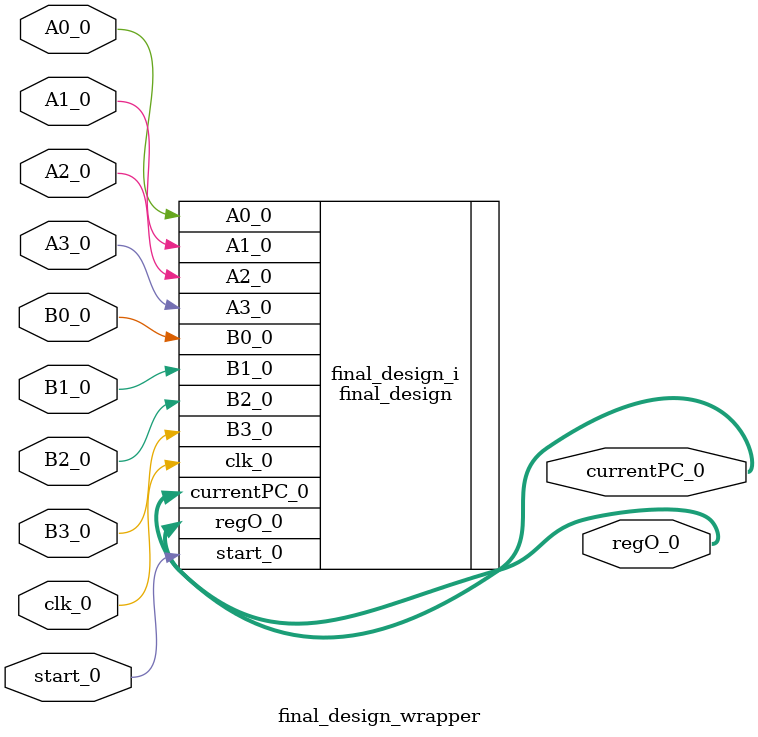
<source format=v>
`timescale 1 ps / 1 ps

module final_design_wrapper
   (A0_0,
    A1_0,
    A2_0,
    A3_0,
    B0_0,
    B1_0,
    B2_0,
    B3_0,
    clk_0,
    currentPC_0,
    regO_0,
    start_0);
  input A0_0;
  input A1_0;
  input A2_0;
  input A3_0;
  input B0_0;
  input B1_0;
  input B2_0;
  input B3_0;
  input clk_0;
  output [4:0]currentPC_0;
  output [7:0]regO_0;
  input start_0;

  wire A0_0;
  wire A1_0;
  wire A2_0;
  wire A3_0;
  wire B0_0;
  wire B1_0;
  wire B2_0;
  wire B3_0;
  wire clk_0;
  wire [4:0]currentPC_0;
  wire [7:0]regO_0;
  wire start_0;

  final_design final_design_i
       (.A0_0(A0_0),
        .A1_0(A1_0),
        .A2_0(A2_0),
        .A3_0(A3_0),
        .B0_0(B0_0),
        .B1_0(B1_0),
        .B2_0(B2_0),
        .B3_0(B3_0),
        .clk_0(clk_0),
        .currentPC_0(currentPC_0),
        .regO_0(regO_0),
        .start_0(start_0));
endmodule

</source>
